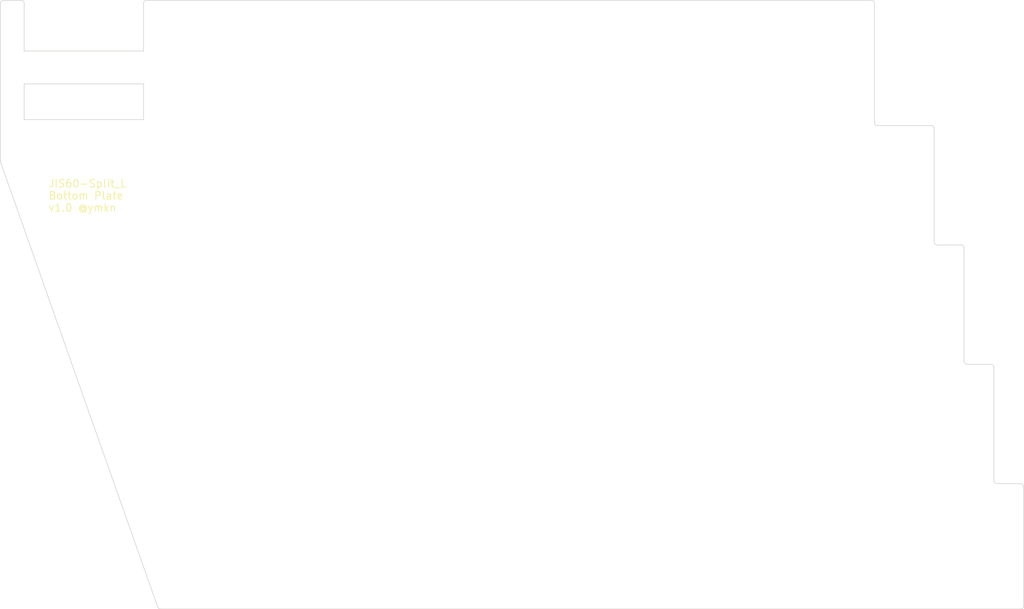
<source format=kicad_pcb>
(kicad_pcb (version 20221018) (generator pcbnew)
  (title_block (title "JIS60-Split_L Bottom Plate") (date "2023-05-29") (rev "1.0") (company "@ymkn"))
  (layers (0 "F.Cu" signal) (31 "B.Cu" signal) (34 "B.Paste" user) (35 "F.Paste" user) (36 "B.SilkS" user "B.Silkscreen") (37 "F.SilkS" user "F.Silkscreen") (38 "B.Mask" user) (39 "F.Mask" user) (44 "Edge.Cuts" user))
  (net 0 "")
  (footprint "kbd_Hole:m2_Screw_Hole" (layer "F.Cu") (at 142.975 102.98375)
    (fp_text reference "Ref**")
    (fp_text value "Val**")
    (pad "" np_thru_hole circle (at 0 0) (size 2.2 2.2) (drill 2.2) (layers "*.Cu" "*.Mask"))
  )
  (footprint "kbd_Hole:m2_Screw_Hole" (layer "F.Cu") (at 71.5375 103.46)
    (fp_text reference "Ref**")
    (fp_text value "Val**")
    (pad "" np_thru_hole circle (at 0 0) (size 2.2 2.2) (drill 2.2) (layers "*.Cu" "*.Mask"))
  )
  (footprint "kbd_Hole:m2_Screw_Hole" (layer "F.Cu") (at 66.775 42.5)
    (fp_text reference "Ref**")
    (fp_text value "Val**")
    (pad "" np_thru_hole circle (at 0 0) (size 2.2 2.2) (drill 2.2) (layers "*.Cu" "*.Mask"))
  )
  (footprint "kbd_Hole:m2_Screw_Hole" (layer "F.Cu") (at 152.5 43.4525)
    (fp_text reference "Ref**")
    (fp_text value "Val**")
    (pad "" np_thru_hole circle (at 0 0) (size 2.2 2.2) (drill 2.2) (layers "*.Cu" "*.Mask"))
  )
  (gr_line (start 22.88375 22.86) (end 25.69375 22.86) (stroke (width 0.1)) (layer "Edge.Cuts"))
  (gr_arc (start 22.38375 23.36) (mid 22.530197 23.006447) (end 22.88375 22.86) (stroke (width 0.1)) (layer "Edge.Cuts"))
  (gr_line (start 26.19375 41.91) (end 45.24375 41.91) (stroke (width 0.1)) (layer "Edge.Cuts"))
  (gr_line (start 26.19375 23.36) (end 26.19375 30.95625) (stroke (width 0.1)) (layer "Edge.Cuts"))
  (gr_line (start 45.24375 36.195) (end 26.19375 36.195) (stroke (width 0.1)) (layer "Edge.Cuts"))
  (gr_arc (start 185.2375 100.0125) (mid 185.591053 100.158947) (end 185.7375 100.5125) (stroke (width 0.1)) (layer "Edge.Cuts"))
  (gr_line (start 26.19375 30.95625) (end 45.24375 30.95625) (stroke (width 0.1)) (layer "Edge.Cuts"))
  (gr_line (start 22.38375 48.490673) (end 22.38375 23.36) (stroke (width 0.1)) (layer "Edge.Cuts"))
  (gr_line (start 26.19375 36.195) (end 26.19375 41.91) (stroke (width 0.1)) (layer "Edge.Cuts"))
  (gr_arc (start 161.425 22.86) (mid 161.778553 23.006447) (end 161.925 23.36) (stroke (width 0.1)) (layer "Edge.Cuts"))
  (gr_line (start 181.475 100.0125) (end 185.2375 100.0125) (stroke (width 0.1)) (layer "Edge.Cuts"))
  (gr_line (start 185.2375 120.015) (end 47.978629 120.015) (stroke (width 0.1)) (layer "Edge.Cuts"))
  (gr_arc (start 180.475 80.9625) (mid 180.828553 81.108947) (end 180.975 81.4625) (stroke (width 0.1)) (layer "Edge.Cuts"))
  (gr_arc (start 170.97375 42.8625) (mid 171.31051 43.00199) (end 171.45 43.33875) (stroke (width 0.1)) (layer "Edge.Cuts"))
  (gr_line (start 45.74375 22.86) (end 161.425 22.86) (stroke (width 0.1)) (layer "Edge.Cuts"))
  (gr_arc (start 181.475 100.0125) (mid 181.121447 99.866053) (end 180.975 99.5125) (stroke (width 0.1)) (layer "Edge.Cuts"))
  (gr_arc (start 185.7375 119.515) (mid 185.591053 119.868553) (end 185.2375 120.015) (stroke (width 0.1)) (layer "Edge.Cuts"))
  (gr_arc (start 171.92625 61.9125) (mid 171.58949 61.77301) (end 171.45 61.43625) (stroke (width 0.1)) (layer "Edge.Cuts"))
  (gr_arc (start 25.69375 22.86) (mid 26.047271 23.006464) (end 26.19375 23.36) (stroke (width 0.1)) (layer "Edge.Cuts"))
  (gr_arc (start 47.978629 120.015) (mid 47.689913 119.923219) (end 47.507191 119.681572) (stroke (width 0.1)) (layer "Edge.Cuts"))
  (gr_line (start 45.24375 30.95625) (end 45.24375 23.36) (stroke (width 0.1)) (layer "Edge.Cuts"))
  (gr_line (start 47.507191 119.681572) (end 22.413023 48.659244) (stroke (width 0.1)) (layer "Edge.Cuts"))
  (gr_line (start 171.92625 61.9125) (end 175.73625 61.9125) (stroke (width 0.1)) (layer "Edge.Cuts"))
  (gr_line (start 176.7125 80.9625) (end 180.475 80.9625) (stroke (width 0.1)) (layer "Edge.Cuts"))
  (gr_line (start 176.2125 62.38875) (end 176.2125 80.4625) (stroke (width 0.1)) (layer "Edge.Cuts"))
  (gr_arc (start 22.413023 48.659244) (mid 22.391123 48.57622) (end 22.38375 48.490673) (stroke (width 0.1)) (layer "Edge.Cuts"))
  (gr_line (start 185.7375 100.5125) (end 185.7375 119.515) (stroke (width 0.1)) (layer "Edge.Cuts"))
  (gr_arc (start 162.40125 42.8625) (mid 162.06449 42.72301) (end 161.925 42.38625) (stroke (width 0.1)) (layer "Edge.Cuts"))
  (gr_line (start 162.40125 42.8625) (end 170.97375 42.8625) (stroke (width 0.1)) (layer "Edge.Cuts"))
  (gr_arc (start 45.24375 23.36) (mid 45.390194 23.006429) (end 45.74375 22.86) (stroke (width 0.1)) (layer "Edge.Cuts"))
  (gr_arc (start 176.7125 80.9625) (mid 176.358947 80.816053) (end 176.2125 80.4625) (stroke (width 0.1)) (layer "Edge.Cuts"))
  (gr_line (start 45.24375 41.91) (end 45.24375 36.195) (stroke (width 0.1)) (layer "Edge.Cuts"))
  (gr_line (start 180.975 81.4625) (end 180.975 99.5125) (stroke (width 0.1)) (layer "Edge.Cuts"))
  (gr_arc (start 175.73625 61.9125) (mid 176.07301 62.05199) (end 176.2125 62.38875) (stroke (width 0.1)) (layer "Edge.Cuts"))
  (gr_line (start 161.925 23.36) (end 161.925 42.38625) (stroke (width 0.1)) (layer "Edge.Cuts"))
  (gr_line (start 171.45 43.33875) (end 171.45 61.43625) (stroke (width 0.1)) (layer "Edge.Cuts"))
  (gr_text "JIS60-Split_L\nBottom Plate\nv1.0 @ymkn" (at 30.00375 56.67375) (layer "F.SilkS") (effects (font (size 1.2 1.2)) (justify left bottom)))
)
</source>
